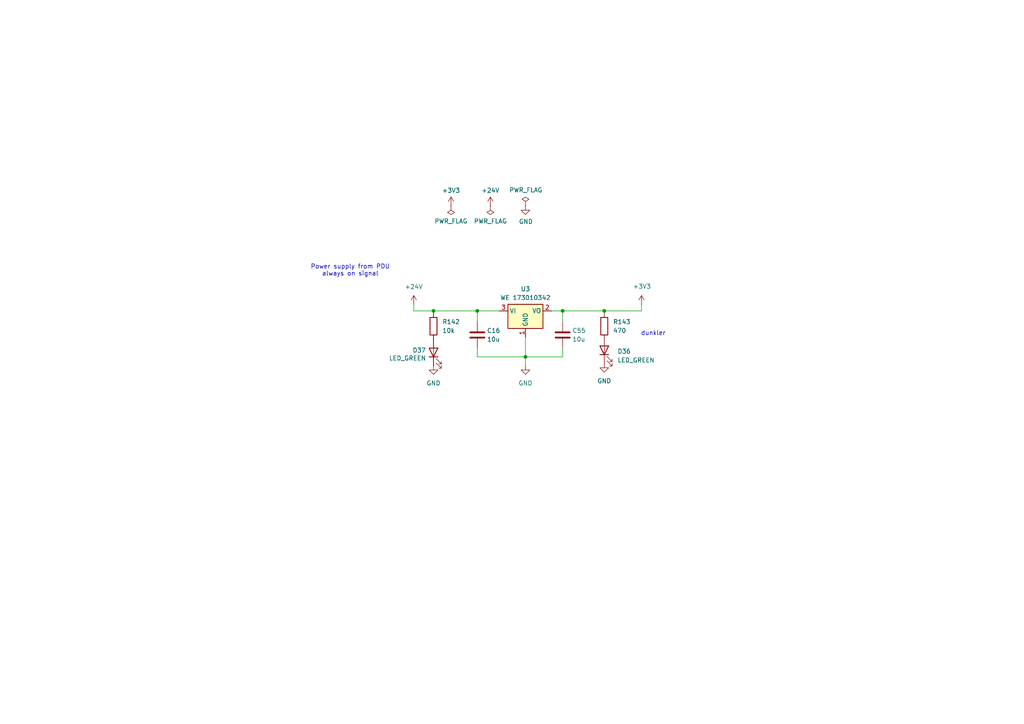
<source format=kicad_sch>
(kicad_sch
	(version 20231120)
	(generator "eeschema")
	(generator_version "8.0")
	(uuid "c4c38672-6b3c-4dab-8c31-54ece09b9735")
	(paper "A4")
	(lib_symbols
		(symbol "Device:C"
			(pin_numbers hide)
			(pin_names
				(offset 0.254)
			)
			(exclude_from_sim no)
			(in_bom yes)
			(on_board yes)
			(property "Reference" "C"
				(at 0.635 2.54 0)
				(effects
					(font
						(size 1.27 1.27)
					)
					(justify left)
				)
			)
			(property "Value" "C"
				(at 0.635 -2.54 0)
				(effects
					(font
						(size 1.27 1.27)
					)
					(justify left)
				)
			)
			(property "Footprint" ""
				(at 0.9652 -3.81 0)
				(effects
					(font
						(size 1.27 1.27)
					)
					(hide yes)
				)
			)
			(property "Datasheet" "~"
				(at 0 0 0)
				(effects
					(font
						(size 1.27 1.27)
					)
					(hide yes)
				)
			)
			(property "Description" "Unpolarized capacitor"
				(at 0 0 0)
				(effects
					(font
						(size 1.27 1.27)
					)
					(hide yes)
				)
			)
			(property "ki_keywords" "cap capacitor"
				(at 0 0 0)
				(effects
					(font
						(size 1.27 1.27)
					)
					(hide yes)
				)
			)
			(property "ki_fp_filters" "C_*"
				(at 0 0 0)
				(effects
					(font
						(size 1.27 1.27)
					)
					(hide yes)
				)
			)
			(symbol "C_0_1"
				(polyline
					(pts
						(xy -2.032 -0.762) (xy 2.032 -0.762)
					)
					(stroke
						(width 0.508)
						(type default)
					)
					(fill
						(type none)
					)
				)
				(polyline
					(pts
						(xy -2.032 0.762) (xy 2.032 0.762)
					)
					(stroke
						(width 0.508)
						(type default)
					)
					(fill
						(type none)
					)
				)
			)
			(symbol "C_1_1"
				(pin passive line
					(at 0 3.81 270)
					(length 2.794)
					(name "~"
						(effects
							(font
								(size 1.27 1.27)
							)
						)
					)
					(number "1"
						(effects
							(font
								(size 1.27 1.27)
							)
						)
					)
				)
				(pin passive line
					(at 0 -3.81 90)
					(length 2.794)
					(name "~"
						(effects
							(font
								(size 1.27 1.27)
							)
						)
					)
					(number "2"
						(effects
							(font
								(size 1.27 1.27)
							)
						)
					)
				)
			)
		)
		(symbol "Device:LED"
			(pin_numbers hide)
			(pin_names
				(offset 1.016) hide)
			(exclude_from_sim no)
			(in_bom yes)
			(on_board yes)
			(property "Reference" "D"
				(at 0 2.54 0)
				(effects
					(font
						(size 1.27 1.27)
					)
				)
			)
			(property "Value" "LED"
				(at 0 -2.54 0)
				(effects
					(font
						(size 1.27 1.27)
					)
				)
			)
			(property "Footprint" ""
				(at 0 0 0)
				(effects
					(font
						(size 1.27 1.27)
					)
					(hide yes)
				)
			)
			(property "Datasheet" "~"
				(at 0 0 0)
				(effects
					(font
						(size 1.27 1.27)
					)
					(hide yes)
				)
			)
			(property "Description" "Light emitting diode"
				(at 0 0 0)
				(effects
					(font
						(size 1.27 1.27)
					)
					(hide yes)
				)
			)
			(property "ki_keywords" "LED diode"
				(at 0 0 0)
				(effects
					(font
						(size 1.27 1.27)
					)
					(hide yes)
				)
			)
			(property "ki_fp_filters" "LED* LED_SMD:* LED_THT:*"
				(at 0 0 0)
				(effects
					(font
						(size 1.27 1.27)
					)
					(hide yes)
				)
			)
			(symbol "LED_0_1"
				(polyline
					(pts
						(xy -1.27 -1.27) (xy -1.27 1.27)
					)
					(stroke
						(width 0.254)
						(type default)
					)
					(fill
						(type none)
					)
				)
				(polyline
					(pts
						(xy -1.27 0) (xy 1.27 0)
					)
					(stroke
						(width 0)
						(type default)
					)
					(fill
						(type none)
					)
				)
				(polyline
					(pts
						(xy 1.27 -1.27) (xy 1.27 1.27) (xy -1.27 0) (xy 1.27 -1.27)
					)
					(stroke
						(width 0.254)
						(type default)
					)
					(fill
						(type none)
					)
				)
				(polyline
					(pts
						(xy -3.048 -0.762) (xy -4.572 -2.286) (xy -3.81 -2.286) (xy -4.572 -2.286) (xy -4.572 -1.524)
					)
					(stroke
						(width 0)
						(type default)
					)
					(fill
						(type none)
					)
				)
				(polyline
					(pts
						(xy -1.778 -0.762) (xy -3.302 -2.286) (xy -2.54 -2.286) (xy -3.302 -2.286) (xy -3.302 -1.524)
					)
					(stroke
						(width 0)
						(type default)
					)
					(fill
						(type none)
					)
				)
			)
			(symbol "LED_1_1"
				(pin passive line
					(at -3.81 0 0)
					(length 2.54)
					(name "K"
						(effects
							(font
								(size 1.27 1.27)
							)
						)
					)
					(number "1"
						(effects
							(font
								(size 1.27 1.27)
							)
						)
					)
				)
				(pin passive line
					(at 3.81 0 180)
					(length 2.54)
					(name "A"
						(effects
							(font
								(size 1.27 1.27)
							)
						)
					)
					(number "2"
						(effects
							(font
								(size 1.27 1.27)
							)
						)
					)
				)
			)
		)
		(symbol "Device:R"
			(pin_numbers hide)
			(pin_names
				(offset 0)
			)
			(exclude_from_sim no)
			(in_bom yes)
			(on_board yes)
			(property "Reference" "R"
				(at 2.032 0 90)
				(effects
					(font
						(size 1.27 1.27)
					)
				)
			)
			(property "Value" "R"
				(at 0 0 90)
				(effects
					(font
						(size 1.27 1.27)
					)
				)
			)
			(property "Footprint" ""
				(at -1.778 0 90)
				(effects
					(font
						(size 1.27 1.27)
					)
					(hide yes)
				)
			)
			(property "Datasheet" "~"
				(at 0 0 0)
				(effects
					(font
						(size 1.27 1.27)
					)
					(hide yes)
				)
			)
			(property "Description" "Resistor"
				(at 0 0 0)
				(effects
					(font
						(size 1.27 1.27)
					)
					(hide yes)
				)
			)
			(property "ki_keywords" "R res resistor"
				(at 0 0 0)
				(effects
					(font
						(size 1.27 1.27)
					)
					(hide yes)
				)
			)
			(property "ki_fp_filters" "R_*"
				(at 0 0 0)
				(effects
					(font
						(size 1.27 1.27)
					)
					(hide yes)
				)
			)
			(symbol "R_0_1"
				(rectangle
					(start -1.016 -2.54)
					(end 1.016 2.54)
					(stroke
						(width 0.254)
						(type default)
					)
					(fill
						(type none)
					)
				)
			)
			(symbol "R_1_1"
				(pin passive line
					(at 0 3.81 270)
					(length 1.27)
					(name "~"
						(effects
							(font
								(size 1.27 1.27)
							)
						)
					)
					(number "1"
						(effects
							(font
								(size 1.27 1.27)
							)
						)
					)
				)
				(pin passive line
					(at 0 -3.81 90)
					(length 1.27)
					(name "~"
						(effects
							(font
								(size 1.27 1.27)
							)
						)
					)
					(number "2"
						(effects
							(font
								(size 1.27 1.27)
							)
						)
					)
				)
			)
		)
		(symbol "Regulator_Linear:LD1117S33TR_SOT223"
			(exclude_from_sim no)
			(in_bom yes)
			(on_board yes)
			(property "Reference" "U"
				(at -3.81 3.175 0)
				(effects
					(font
						(size 1.27 1.27)
					)
				)
			)
			(property "Value" "LD1117S33TR_SOT223"
				(at 0 3.175 0)
				(effects
					(font
						(size 1.27 1.27)
					)
					(justify left)
				)
			)
			(property "Footprint" "Package_TO_SOT_SMD:SOT-223-3_TabPin2"
				(at 0 5.08 0)
				(effects
					(font
						(size 1.27 1.27)
					)
					(hide yes)
				)
			)
			(property "Datasheet" "http://www.st.com/st-web-ui/static/active/en/resource/technical/document/datasheet/CD00000544.pdf"
				(at 2.54 -6.35 0)
				(effects
					(font
						(size 1.27 1.27)
					)
					(hide yes)
				)
			)
			(property "Description" "800mA Fixed Low Drop Positive Voltage Regulator, Fixed Output 3.3V, SOT-223"
				(at 0 0 0)
				(effects
					(font
						(size 1.27 1.27)
					)
					(hide yes)
				)
			)
			(property "ki_keywords" "REGULATOR LDO 3.3V"
				(at 0 0 0)
				(effects
					(font
						(size 1.27 1.27)
					)
					(hide yes)
				)
			)
			(property "ki_fp_filters" "SOT?223*TabPin2*"
				(at 0 0 0)
				(effects
					(font
						(size 1.27 1.27)
					)
					(hide yes)
				)
			)
			(symbol "LD1117S33TR_SOT223_0_1"
				(rectangle
					(start -5.08 -5.08)
					(end 5.08 1.905)
					(stroke
						(width 0.254)
						(type default)
					)
					(fill
						(type background)
					)
				)
			)
			(symbol "LD1117S33TR_SOT223_1_1"
				(pin power_in line
					(at 0 -7.62 90)
					(length 2.54)
					(name "GND"
						(effects
							(font
								(size 1.27 1.27)
							)
						)
					)
					(number "1"
						(effects
							(font
								(size 1.27 1.27)
							)
						)
					)
				)
				(pin power_out line
					(at 7.62 0 180)
					(length 2.54)
					(name "VO"
						(effects
							(font
								(size 1.27 1.27)
							)
						)
					)
					(number "2"
						(effects
							(font
								(size 1.27 1.27)
							)
						)
					)
				)
				(pin power_in line
					(at -7.62 0 0)
					(length 2.54)
					(name "VI"
						(effects
							(font
								(size 1.27 1.27)
							)
						)
					)
					(number "3"
						(effects
							(font
								(size 1.27 1.27)
							)
						)
					)
				)
			)
		)
		(symbol "power:+12V"
			(power)
			(pin_numbers hide)
			(pin_names
				(offset 0) hide)
			(exclude_from_sim no)
			(in_bom yes)
			(on_board yes)
			(property "Reference" "#PWR"
				(at 0 -3.81 0)
				(effects
					(font
						(size 1.27 1.27)
					)
					(hide yes)
				)
			)
			(property "Value" "+12V"
				(at 0 3.556 0)
				(effects
					(font
						(size 1.27 1.27)
					)
				)
			)
			(property "Footprint" ""
				(at 0 0 0)
				(effects
					(font
						(size 1.27 1.27)
					)
					(hide yes)
				)
			)
			(property "Datasheet" ""
				(at 0 0 0)
				(effects
					(font
						(size 1.27 1.27)
					)
					(hide yes)
				)
			)
			(property "Description" "Power symbol creates a global label with name \"+12V\""
				(at 0 0 0)
				(effects
					(font
						(size 1.27 1.27)
					)
					(hide yes)
				)
			)
			(property "ki_keywords" "global power"
				(at 0 0 0)
				(effects
					(font
						(size 1.27 1.27)
					)
					(hide yes)
				)
			)
			(symbol "+12V_0_1"
				(polyline
					(pts
						(xy -0.762 1.27) (xy 0 2.54)
					)
					(stroke
						(width 0)
						(type default)
					)
					(fill
						(type none)
					)
				)
				(polyline
					(pts
						(xy 0 0) (xy 0 2.54)
					)
					(stroke
						(width 0)
						(type default)
					)
					(fill
						(type none)
					)
				)
				(polyline
					(pts
						(xy 0 2.54) (xy 0.762 1.27)
					)
					(stroke
						(width 0)
						(type default)
					)
					(fill
						(type none)
					)
				)
			)
			(symbol "+12V_1_1"
				(pin power_in line
					(at 0 0 90)
					(length 0)
					(name "~"
						(effects
							(font
								(size 1.27 1.27)
							)
						)
					)
					(number "1"
						(effects
							(font
								(size 1.27 1.27)
							)
						)
					)
				)
			)
		)
		(symbol "power:+24V"
			(power)
			(pin_numbers hide)
			(pin_names
				(offset 0) hide)
			(exclude_from_sim no)
			(in_bom yes)
			(on_board yes)
			(property "Reference" "#PWR"
				(at 0 -3.81 0)
				(effects
					(font
						(size 1.27 1.27)
					)
					(hide yes)
				)
			)
			(property "Value" "+24V"
				(at 0 3.556 0)
				(effects
					(font
						(size 1.27 1.27)
					)
				)
			)
			(property "Footprint" ""
				(at 0 0 0)
				(effects
					(font
						(size 1.27 1.27)
					)
					(hide yes)
				)
			)
			(property "Datasheet" ""
				(at 0 0 0)
				(effects
					(font
						(size 1.27 1.27)
					)
					(hide yes)
				)
			)
			(property "Description" "Power symbol creates a global label with name \"+24V\""
				(at 0 0 0)
				(effects
					(font
						(size 1.27 1.27)
					)
					(hide yes)
				)
			)
			(property "ki_keywords" "global power"
				(at 0 0 0)
				(effects
					(font
						(size 1.27 1.27)
					)
					(hide yes)
				)
			)
			(symbol "+24V_0_1"
				(polyline
					(pts
						(xy -0.762 1.27) (xy 0 2.54)
					)
					(stroke
						(width 0)
						(type default)
					)
					(fill
						(type none)
					)
				)
				(polyline
					(pts
						(xy 0 0) (xy 0 2.54)
					)
					(stroke
						(width 0)
						(type default)
					)
					(fill
						(type none)
					)
				)
				(polyline
					(pts
						(xy 0 2.54) (xy 0.762 1.27)
					)
					(stroke
						(width 0)
						(type default)
					)
					(fill
						(type none)
					)
				)
			)
			(symbol "+24V_1_1"
				(pin power_in line
					(at 0 0 90)
					(length 0)
					(name "~"
						(effects
							(font
								(size 1.27 1.27)
							)
						)
					)
					(number "1"
						(effects
							(font
								(size 1.27 1.27)
							)
						)
					)
				)
			)
		)
		(symbol "power:+3V3"
			(power)
			(pin_numbers hide)
			(pin_names
				(offset 0) hide)
			(exclude_from_sim no)
			(in_bom yes)
			(on_board yes)
			(property "Reference" "#PWR"
				(at 0 -3.81 0)
				(effects
					(font
						(size 1.27 1.27)
					)
					(hide yes)
				)
			)
			(property "Value" "+3V3"
				(at 0 3.556 0)
				(effects
					(font
						(size 1.27 1.27)
					)
				)
			)
			(property "Footprint" ""
				(at 0 0 0)
				(effects
					(font
						(size 1.27 1.27)
					)
					(hide yes)
				)
			)
			(property "Datasheet" ""
				(at 0 0 0)
				(effects
					(font
						(size 1.27 1.27)
					)
					(hide yes)
				)
			)
			(property "Description" "Power symbol creates a global label with name \"+3V3\""
				(at 0 0 0)
				(effects
					(font
						(size 1.27 1.27)
					)
					(hide yes)
				)
			)
			(property "ki_keywords" "global power"
				(at 0 0 0)
				(effects
					(font
						(size 1.27 1.27)
					)
					(hide yes)
				)
			)
			(symbol "+3V3_0_1"
				(polyline
					(pts
						(xy -0.762 1.27) (xy 0 2.54)
					)
					(stroke
						(width 0)
						(type default)
					)
					(fill
						(type none)
					)
				)
				(polyline
					(pts
						(xy 0 0) (xy 0 2.54)
					)
					(stroke
						(width 0)
						(type default)
					)
					(fill
						(type none)
					)
				)
				(polyline
					(pts
						(xy 0 2.54) (xy 0.762 1.27)
					)
					(stroke
						(width 0)
						(type default)
					)
					(fill
						(type none)
					)
				)
			)
			(symbol "+3V3_1_1"
				(pin power_in line
					(at 0 0 90)
					(length 0)
					(name "~"
						(effects
							(font
								(size 1.27 1.27)
							)
						)
					)
					(number "1"
						(effects
							(font
								(size 1.27 1.27)
							)
						)
					)
				)
			)
		)
		(symbol "power:GND"
			(power)
			(pin_numbers hide)
			(pin_names
				(offset 0) hide)
			(exclude_from_sim no)
			(in_bom yes)
			(on_board yes)
			(property "Reference" "#PWR"
				(at 0 -6.35 0)
				(effects
					(font
						(size 1.27 1.27)
					)
					(hide yes)
				)
			)
			(property "Value" "GND"
				(at 0 -3.81 0)
				(effects
					(font
						(size 1.27 1.27)
					)
				)
			)
			(property "Footprint" ""
				(at 0 0 0)
				(effects
					(font
						(size 1.27 1.27)
					)
					(hide yes)
				)
			)
			(property "Datasheet" ""
				(at 0 0 0)
				(effects
					(font
						(size 1.27 1.27)
					)
					(hide yes)
				)
			)
			(property "Description" "Power symbol creates a global label with name \"GND\" , ground"
				(at 0 0 0)
				(effects
					(font
						(size 1.27 1.27)
					)
					(hide yes)
				)
			)
			(property "ki_keywords" "global power"
				(at 0 0 0)
				(effects
					(font
						(size 1.27 1.27)
					)
					(hide yes)
				)
			)
			(symbol "GND_0_1"
				(polyline
					(pts
						(xy 0 0) (xy 0 -1.27) (xy 1.27 -1.27) (xy 0 -2.54) (xy -1.27 -1.27) (xy 0 -1.27)
					)
					(stroke
						(width 0)
						(type default)
					)
					(fill
						(type none)
					)
				)
			)
			(symbol "GND_1_1"
				(pin power_in line
					(at 0 0 270)
					(length 0)
					(name "~"
						(effects
							(font
								(size 1.27 1.27)
							)
						)
					)
					(number "1"
						(effects
							(font
								(size 1.27 1.27)
							)
						)
					)
				)
			)
		)
		(symbol "power:PWR_FLAG"
			(power)
			(pin_numbers hide)
			(pin_names
				(offset 0) hide)
			(exclude_from_sim no)
			(in_bom yes)
			(on_board yes)
			(property "Reference" "#FLG"
				(at 0 1.905 0)
				(effects
					(font
						(size 1.27 1.27)
					)
					(hide yes)
				)
			)
			(property "Value" "PWR_FLAG"
				(at 0 3.81 0)
				(effects
					(font
						(size 1.27 1.27)
					)
				)
			)
			(property "Footprint" ""
				(at 0 0 0)
				(effects
					(font
						(size 1.27 1.27)
					)
					(hide yes)
				)
			)
			(property "Datasheet" "~"
				(at 0 0 0)
				(effects
					(font
						(size 1.27 1.27)
					)
					(hide yes)
				)
			)
			(property "Description" "Special symbol for telling ERC where power comes from"
				(at 0 0 0)
				(effects
					(font
						(size 1.27 1.27)
					)
					(hide yes)
				)
			)
			(property "ki_keywords" "flag power"
				(at 0 0 0)
				(effects
					(font
						(size 1.27 1.27)
					)
					(hide yes)
				)
			)
			(symbol "PWR_FLAG_0_0"
				(pin power_out line
					(at 0 0 90)
					(length 0)
					(name "~"
						(effects
							(font
								(size 1.27 1.27)
							)
						)
					)
					(number "1"
						(effects
							(font
								(size 1.27 1.27)
							)
						)
					)
				)
			)
			(symbol "PWR_FLAG_0_1"
				(polyline
					(pts
						(xy 0 0) (xy 0 1.27) (xy -1.016 1.905) (xy 0 2.54) (xy 1.016 1.905) (xy 0 1.27)
					)
					(stroke
						(width 0)
						(type default)
					)
					(fill
						(type none)
					)
				)
			)
		)
	)
	(junction
		(at 152.4 103.505)
		(diameter 0)
		(color 0 0 0 0)
		(uuid "167e6b44-a701-49d9-b9b1-535b54020454")
	)
	(junction
		(at 125.73 90.17)
		(diameter 0)
		(color 0 0 0 0)
		(uuid "25254d2e-c1bf-479f-8491-568c79034290")
	)
	(junction
		(at 163.195 90.17)
		(diameter 0)
		(color 0 0 0 0)
		(uuid "36a28570-0739-4fbb-8c63-a8dc07b8f0e7")
	)
	(junction
		(at 175.26 90.17)
		(diameter 0)
		(color 0 0 0 0)
		(uuid "4057cf2d-5a72-498a-a1ac-af97c9deaf99")
	)
	(junction
		(at 138.43 90.17)
		(diameter 0)
		(color 0 0 0 0)
		(uuid "64ab6930-a325-4b30-8d60-efc0f79dec13")
	)
	(wire
		(pts
			(xy 120.015 88.265) (xy 120.015 90.17)
		)
		(stroke
			(width 0)
			(type default)
		)
		(uuid "0367e941-6121-4639-99a9-fc710642e4a5")
	)
	(wire
		(pts
			(xy 138.43 93.345) (xy 138.43 90.17)
		)
		(stroke
			(width 0)
			(type default)
		)
		(uuid "0b25a675-1e53-4073-b80b-f9fc4625a7ce")
	)
	(wire
		(pts
			(xy 138.43 90.17) (xy 144.78 90.17)
		)
		(stroke
			(width 0)
			(type default)
		)
		(uuid "16578279-b70b-4e68-95e3-baff4dc9d26b")
	)
	(wire
		(pts
			(xy 120.015 90.17) (xy 125.73 90.17)
		)
		(stroke
			(width 0)
			(type default)
		)
		(uuid "1c0ac02e-28c5-4c13-a4eb-161c20d96bd5")
	)
	(wire
		(pts
			(xy 152.4 97.79) (xy 152.4 103.505)
		)
		(stroke
			(width 0)
			(type default)
		)
		(uuid "2fc3c4ba-4b90-4758-ae2d-8ca3a8b39516")
	)
	(wire
		(pts
			(xy 186.055 88.265) (xy 186.055 90.17)
		)
		(stroke
			(width 0)
			(type default)
		)
		(uuid "323d820d-11f8-45e5-8cd8-b98ce3f3319e")
	)
	(wire
		(pts
			(xy 152.4 106.045) (xy 152.4 103.505)
		)
		(stroke
			(width 0)
			(type default)
		)
		(uuid "341eef2d-d77f-4f46-8336-277d5d4c0dab")
	)
	(wire
		(pts
			(xy 125.73 90.805) (xy 125.73 90.17)
		)
		(stroke
			(width 0)
			(type default)
		)
		(uuid "3a7f379a-38c2-4416-8bcc-d81e0d7889f8")
	)
	(wire
		(pts
			(xy 125.73 90.17) (xy 138.43 90.17)
		)
		(stroke
			(width 0)
			(type default)
		)
		(uuid "40b260a0-df87-4aa1-b65c-ee1629be028b")
	)
	(wire
		(pts
			(xy 152.4 103.505) (xy 163.195 103.505)
		)
		(stroke
			(width 0)
			(type default)
		)
		(uuid "6d2f07a0-a4d0-4f2a-9788-2ae9ec4f9090")
	)
	(wire
		(pts
			(xy 163.195 90.17) (xy 175.26 90.17)
		)
		(stroke
			(width 0)
			(type default)
		)
		(uuid "6fe911ef-8b04-4e0b-8a78-8e18e553d8f2")
	)
	(wire
		(pts
			(xy 163.195 100.965) (xy 163.195 103.505)
		)
		(stroke
			(width 0)
			(type default)
		)
		(uuid "95a0774f-8209-4e56-8251-adddd6f20530")
	)
	(wire
		(pts
			(xy 160.02 90.17) (xy 163.195 90.17)
		)
		(stroke
			(width 0)
			(type default)
		)
		(uuid "9e2049f8-5a39-409a-bec2-788249429787")
	)
	(wire
		(pts
			(xy 138.43 103.505) (xy 138.43 100.965)
		)
		(stroke
			(width 0)
			(type default)
		)
		(uuid "a773d059-2fea-4862-9c65-83b40cd59ce5")
	)
	(wire
		(pts
			(xy 175.26 98.425) (xy 175.26 97.79)
		)
		(stroke
			(width 0)
			(type default)
		)
		(uuid "bfd69b33-4081-4729-bc55-5b86a042f4bb")
	)
	(wire
		(pts
			(xy 175.26 90.17) (xy 186.055 90.17)
		)
		(stroke
			(width 0)
			(type default)
		)
		(uuid "c39c4a1b-0d3d-41cc-8c06-8df7796950df")
	)
	(wire
		(pts
			(xy 175.26 90.805) (xy 175.26 90.17)
		)
		(stroke
			(width 0)
			(type default)
		)
		(uuid "cf137c2f-4180-4f87-8845-10971dc57db6")
	)
	(wire
		(pts
			(xy 138.43 103.505) (xy 152.4 103.505)
		)
		(stroke
			(width 0)
			(type default)
		)
		(uuid "d6339de2-e6c6-4c4f-aeca-b5a05d3de107")
	)
	(wire
		(pts
			(xy 163.195 93.345) (xy 163.195 90.17)
		)
		(stroke
			(width 0)
			(type default)
		)
		(uuid "e964ae8c-ad0a-4f6a-894e-bcfb706a2b6e")
	)
	(text "dunkler"
		(exclude_from_sim no)
		(at 189.484 96.774 0)
		(effects
			(font
				(size 1.27 1.27)
			)
		)
		(uuid "1f5a0635-5662-4da2-aaf1-56cdb41ea9b2")
	)
	(text "Power supply from PDU\nalways on signal"
		(exclude_from_sim no)
		(at 101.6 78.486 0)
		(effects
			(font
				(size 1.27 1.27)
			)
		)
		(uuid "ef34c213-c27f-4d54-b077-65f8f8610779")
	)
	(symbol
		(lib_id "power:+12V")
		(at 142.24 59.69 0)
		(unit 1)
		(exclude_from_sim no)
		(in_bom yes)
		(on_board yes)
		(dnp no)
		(fields_autoplaced yes)
		(uuid "05fe2031-c35e-4760-81e5-c579623f0cc4")
		(property "Reference" "#PWR064"
			(at 142.24 63.5 0)
			(effects
				(font
					(size 1.27 1.27)
				)
				(hide yes)
			)
		)
		(property "Value" "+24V"
			(at 142.24 55.245 0)
			(effects
				(font
					(size 1.27 1.27)
				)
			)
		)
		(property "Footprint" ""
			(at 142.24 59.69 0)
			(effects
				(font
					(size 1.27 1.27)
				)
				(hide yes)
			)
		)
		(property "Datasheet" ""
			(at 142.24 59.69 0)
			(effects
				(font
					(size 1.27 1.27)
				)
				(hide yes)
			)
		)
		(property "Description" "Power symbol creates a global label with name \"+12V\""
			(at 142.24 59.69 0)
			(effects
				(font
					(size 1.27 1.27)
				)
				(hide yes)
			)
		)
		(pin "1"
			(uuid "21a03b05-e6ac-4b7e-96cd-ecdd18278857")
		)
		(instances
			(project "Master_FT25"
				(path "/e63e39d7-6ac0-4ffd-8aa3-1841a4541b55/22dc17c4-8352-43f2-bb65-d704323b2333"
					(reference "#PWR064")
					(unit 1)
				)
			)
		)
	)
	(symbol
		(lib_id "Device:C")
		(at 163.195 97.155 0)
		(unit 1)
		(exclude_from_sim no)
		(in_bom yes)
		(on_board yes)
		(dnp no)
		(uuid "099d63bd-3e46-4ee1-91a6-81b2d01bf7e8")
		(property "Reference" "C55"
			(at 165.989 95.885 0)
			(effects
				(font
					(size 1.27 1.27)
				)
				(justify left)
			)
		)
		(property "Value" "10u"
			(at 165.989 98.425 0)
			(effects
				(font
					(size 1.27 1.27)
				)
				(justify left)
			)
		)
		(property "Footprint" "Capacitor_SMD:C_1206_3216Metric"
			(at 164.1602 100.965 0)
			(effects
				(font
					(size 1.27 1.27)
				)
				(hide yes)
			)
		)
		(property "Datasheet" "~"
			(at 163.195 97.155 0)
			(effects
				(font
					(size 1.27 1.27)
				)
				(hide yes)
			)
		)
		(property "Description" "50V, X5R"
			(at 163.195 97.155 0)
			(effects
				(font
					(size 1.27 1.27)
				)
				(hide yes)
			)
		)
		(pin "2"
			(uuid "9e9609b5-40fc-49de-9969-7f6a4895b7a7")
		)
		(pin "1"
			(uuid "abcd2950-e354-4358-a9b5-e228122818b8")
		)
		(instances
			(project "Master_FT25"
				(path "/e63e39d7-6ac0-4ffd-8aa3-1841a4541b55/22dc17c4-8352-43f2-bb65-d704323b2333"
					(reference "C55")
					(unit 1)
				)
			)
		)
	)
	(symbol
		(lib_id "power:+3V3")
		(at 130.81 59.69 0)
		(unit 1)
		(exclude_from_sim no)
		(in_bom yes)
		(on_board yes)
		(dnp no)
		(fields_autoplaced yes)
		(uuid "0d4a8596-0c97-42e2-9afd-3a071f41e606")
		(property "Reference" "#PWR0127"
			(at 130.81 63.5 0)
			(effects
				(font
					(size 1.27 1.27)
				)
				(hide yes)
			)
		)
		(property "Value" "+3V3"
			(at 130.81 55.245 0)
			(effects
				(font
					(size 1.27 1.27)
				)
			)
		)
		(property "Footprint" ""
			(at 130.81 59.69 0)
			(effects
				(font
					(size 1.27 1.27)
				)
				(hide yes)
			)
		)
		(property "Datasheet" ""
			(at 130.81 59.69 0)
			(effects
				(font
					(size 1.27 1.27)
				)
				(hide yes)
			)
		)
		(property "Description" "Power symbol creates a global label with name \"+3V3\""
			(at 130.81 59.69 0)
			(effects
				(font
					(size 1.27 1.27)
				)
				(hide yes)
			)
		)
		(pin "1"
			(uuid "968ae856-fe26-41b6-a171-13e5d1b5cf41")
		)
		(instances
			(project "Master_FT25"
				(path "/e63e39d7-6ac0-4ffd-8aa3-1841a4541b55/22dc17c4-8352-43f2-bb65-d704323b2333"
					(reference "#PWR0127")
					(unit 1)
				)
			)
		)
	)
	(symbol
		(lib_id "power:GND")
		(at 125.73 106.045 0)
		(unit 1)
		(exclude_from_sim no)
		(in_bom yes)
		(on_board yes)
		(dnp no)
		(fields_autoplaced yes)
		(uuid "2ed4f1aa-ab13-44a8-8d75-6e65ef039d8a")
		(property "Reference" "#PWR0133"
			(at 125.73 112.395 0)
			(effects
				(font
					(size 1.27 1.27)
				)
				(hide yes)
			)
		)
		(property "Value" "GND"
			(at 125.73 111.125 0)
			(effects
				(font
					(size 1.27 1.27)
				)
			)
		)
		(property "Footprint" ""
			(at 125.73 106.045 0)
			(effects
				(font
					(size 1.27 1.27)
				)
				(hide yes)
			)
		)
		(property "Datasheet" ""
			(at 125.73 106.045 0)
			(effects
				(font
					(size 1.27 1.27)
				)
				(hide yes)
			)
		)
		(property "Description" "Power symbol creates a global label with name \"GND\" , ground"
			(at 125.73 106.045 0)
			(effects
				(font
					(size 1.27 1.27)
				)
				(hide yes)
			)
		)
		(pin "1"
			(uuid "85293135-61de-463a-bfd3-09dae3fee287")
		)
		(instances
			(project "Master_FT25"
				(path "/e63e39d7-6ac0-4ffd-8aa3-1841a4541b55/22dc17c4-8352-43f2-bb65-d704323b2333"
					(reference "#PWR0133")
					(unit 1)
				)
			)
		)
	)
	(symbol
		(lib_id "power:+3V3")
		(at 186.055 88.265 0)
		(unit 1)
		(exclude_from_sim no)
		(in_bom yes)
		(on_board yes)
		(dnp no)
		(uuid "3ffe5611-8a90-45b9-af9b-f3890e18850d")
		(property "Reference" "#PWR028"
			(at 186.055 92.075 0)
			(effects
				(font
					(size 1.27 1.27)
				)
				(hide yes)
			)
		)
		(property "Value" "+3V3"
			(at 186.182 83.058 0)
			(effects
				(font
					(size 1.27 1.27)
				)
			)
		)
		(property "Footprint" ""
			(at 186.055 88.265 0)
			(effects
				(font
					(size 1.27 1.27)
				)
				(hide yes)
			)
		)
		(property "Datasheet" ""
			(at 186.055 88.265 0)
			(effects
				(font
					(size 1.27 1.27)
				)
				(hide yes)
			)
		)
		(property "Description" "Power symbol creates a global label with name \"+3V3\""
			(at 186.055 88.265 0)
			(effects
				(font
					(size 1.27 1.27)
				)
				(hide yes)
			)
		)
		(pin "1"
			(uuid "421ef6fe-611a-48a7-a753-488c2103358a")
		)
		(instances
			(project "Master_FT25"
				(path "/e63e39d7-6ac0-4ffd-8aa3-1841a4541b55/22dc17c4-8352-43f2-bb65-d704323b2333"
					(reference "#PWR028")
					(unit 1)
				)
			)
		)
	)
	(symbol
		(lib_id "Device:R")
		(at 175.26 94.615 0)
		(unit 1)
		(exclude_from_sim no)
		(in_bom yes)
		(on_board yes)
		(dnp no)
		(fields_autoplaced yes)
		(uuid "40312227-b495-4423-8dcf-d35ca558db64")
		(property "Reference" "R143"
			(at 177.8 93.3449 0)
			(effects
				(font
					(size 1.27 1.27)
				)
				(justify left)
			)
		)
		(property "Value" "470"
			(at 177.8 95.8849 0)
			(effects
				(font
					(size 1.27 1.27)
				)
				(justify left)
			)
		)
		(property "Footprint" "Resistor_SMD:R_0603_1608Metric"
			(at 173.482 94.615 90)
			(effects
				(font
					(size 1.27 1.27)
				)
				(hide yes)
			)
		)
		(property "Datasheet" "~"
			(at 175.26 94.615 0)
			(effects
				(font
					(size 1.27 1.27)
				)
				(hide yes)
			)
		)
		(property "Description" "Resistor"
			(at 175.26 94.615 0)
			(effects
				(font
					(size 1.27 1.27)
				)
				(hide yes)
			)
		)
		(pin "1"
			(uuid "0d7b6fee-3d14-437a-8754-88b6ffd7232b")
		)
		(pin "2"
			(uuid "a924cbb2-b692-4a00-9bdd-b5bd305620d0")
		)
		(instances
			(project "Master_FT25"
				(path "/e63e39d7-6ac0-4ffd-8aa3-1841a4541b55/22dc17c4-8352-43f2-bb65-d704323b2333"
					(reference "R143")
					(unit 1)
				)
			)
		)
	)
	(symbol
		(lib_id "power:PWR_FLAG")
		(at 130.81 59.69 180)
		(unit 1)
		(exclude_from_sim no)
		(in_bom yes)
		(on_board yes)
		(dnp no)
		(fields_autoplaced yes)
		(uuid "48421e3f-db65-420a-8e94-5d1584337c89")
		(property "Reference" "#FLG01"
			(at 130.81 61.595 0)
			(effects
				(font
					(size 1.27 1.27)
				)
				(hide yes)
			)
		)
		(property "Value" "PWR_FLAG"
			(at 130.81 64.135 0)
			(effects
				(font
					(size 1.27 1.27)
				)
			)
		)
		(property "Footprint" ""
			(at 130.81 59.69 0)
			(effects
				(font
					(size 1.27 1.27)
				)
				(hide yes)
			)
		)
		(property "Datasheet" "~"
			(at 130.81 59.69 0)
			(effects
				(font
					(size 1.27 1.27)
				)
				(hide yes)
			)
		)
		(property "Description" "Special symbol for telling ERC where power comes from"
			(at 130.81 59.69 0)
			(effects
				(font
					(size 1.27 1.27)
				)
				(hide yes)
			)
		)
		(pin "1"
			(uuid "70ecdce8-5e3a-4a49-85df-ca372495f5b2")
		)
		(instances
			(project "Master_FT25"
				(path "/e63e39d7-6ac0-4ffd-8aa3-1841a4541b55/22dc17c4-8352-43f2-bb65-d704323b2333"
					(reference "#FLG01")
					(unit 1)
				)
			)
		)
	)
	(symbol
		(lib_id "Device:C")
		(at 138.43 97.155 0)
		(unit 1)
		(exclude_from_sim no)
		(in_bom yes)
		(on_board yes)
		(dnp no)
		(uuid "4d0fcda6-afb8-4122-893d-5f49d7172272")
		(property "Reference" "C16"
			(at 141.224 95.885 0)
			(effects
				(font
					(size 1.27 1.27)
				)
				(justify left)
			)
		)
		(property "Value" "10u"
			(at 141.224 98.425 0)
			(effects
				(font
					(size 1.27 1.27)
				)
				(justify left)
			)
		)
		(property "Footprint" "Capacitor_SMD:C_1206_3216Metric"
			(at 139.3952 100.965 0)
			(effects
				(font
					(size 1.27 1.27)
				)
				(hide yes)
			)
		)
		(property "Datasheet" "~"
			(at 138.43 97.155 0)
			(effects
				(font
					(size 1.27 1.27)
				)
				(hide yes)
			)
		)
		(property "Description" "50V, X5R"
			(at 138.43 97.155 0)
			(effects
				(font
					(size 1.27 1.27)
				)
				(hide yes)
			)
		)
		(pin "2"
			(uuid "21b51a57-8bc0-433b-9e86-54a7be6e36c4")
		)
		(pin "1"
			(uuid "f74a2ab5-8e90-46c2-ac1b-c7cc67c974af")
		)
		(instances
			(project "Master_FT25"
				(path "/e63e39d7-6ac0-4ffd-8aa3-1841a4541b55/22dc17c4-8352-43f2-bb65-d704323b2333"
					(reference "C16")
					(unit 1)
				)
			)
		)
	)
	(symbol
		(lib_id "power:GND")
		(at 175.26 105.41 0)
		(unit 1)
		(exclude_from_sim no)
		(in_bom yes)
		(on_board yes)
		(dnp no)
		(fields_autoplaced yes)
		(uuid "58fbfd2f-a307-4633-9e1c-2b85d468d817")
		(property "Reference" "#PWR0130"
			(at 175.26 111.76 0)
			(effects
				(font
					(size 1.27 1.27)
				)
				(hide yes)
			)
		)
		(property "Value" "GND"
			(at 175.26 110.49 0)
			(effects
				(font
					(size 1.27 1.27)
				)
			)
		)
		(property "Footprint" ""
			(at 175.26 105.41 0)
			(effects
				(font
					(size 1.27 1.27)
				)
				(hide yes)
			)
		)
		(property "Datasheet" ""
			(at 175.26 105.41 0)
			(effects
				(font
					(size 1.27 1.27)
				)
				(hide yes)
			)
		)
		(property "Description" "Power symbol creates a global label with name \"GND\" , ground"
			(at 175.26 105.41 0)
			(effects
				(font
					(size 1.27 1.27)
				)
				(hide yes)
			)
		)
		(pin "1"
			(uuid "cb8bf0ff-28b4-44eb-a2da-ca3a5ec1d77f")
		)
		(instances
			(project "Master_FT25"
				(path "/e63e39d7-6ac0-4ffd-8aa3-1841a4541b55/22dc17c4-8352-43f2-bb65-d704323b2333"
					(reference "#PWR0130")
					(unit 1)
				)
			)
		)
	)
	(symbol
		(lib_id "power:GND")
		(at 152.4 59.69 0)
		(unit 1)
		(exclude_from_sim no)
		(in_bom yes)
		(on_board yes)
		(dnp no)
		(uuid "5a2f6a9c-66f2-4e5a-a845-7ebf3146ebe3")
		(property "Reference" "#PWR065"
			(at 152.4 66.04 0)
			(effects
				(font
					(size 1.27 1.27)
				)
				(hide yes)
			)
		)
		(property "Value" "GND"
			(at 152.527 64.262 0)
			(effects
				(font
					(size 1.27 1.27)
				)
			)
		)
		(property "Footprint" ""
			(at 152.4 59.69 0)
			(effects
				(font
					(size 1.27 1.27)
				)
				(hide yes)
			)
		)
		(property "Datasheet" ""
			(at 152.4 59.69 0)
			(effects
				(font
					(size 1.27 1.27)
				)
				(hide yes)
			)
		)
		(property "Description" "Power symbol creates a global label with name \"GND\" , ground"
			(at 152.4 59.69 0)
			(effects
				(font
					(size 1.27 1.27)
				)
				(hide yes)
			)
		)
		(pin "1"
			(uuid "b3e8c892-ac66-4d9d-90ad-9c199dc143d6")
		)
		(instances
			(project "Master_FT25"
				(path "/e63e39d7-6ac0-4ffd-8aa3-1841a4541b55/22dc17c4-8352-43f2-bb65-d704323b2333"
					(reference "#PWR065")
					(unit 1)
				)
			)
		)
	)
	(symbol
		(lib_id "power:PWR_FLAG")
		(at 142.24 59.69 180)
		(unit 1)
		(exclude_from_sim no)
		(in_bom yes)
		(on_board yes)
		(dnp no)
		(fields_autoplaced yes)
		(uuid "5c5c7b4d-1a50-4542-81f9-e004033ce690")
		(property "Reference" "#FLG02"
			(at 142.24 61.595 0)
			(effects
				(font
					(size 1.27 1.27)
				)
				(hide yes)
			)
		)
		(property "Value" "PWR_FLAG"
			(at 142.24 64.135 0)
			(effects
				(font
					(size 1.27 1.27)
				)
			)
		)
		(property "Footprint" ""
			(at 142.24 59.69 0)
			(effects
				(font
					(size 1.27 1.27)
				)
				(hide yes)
			)
		)
		(property "Datasheet" "~"
			(at 142.24 59.69 0)
			(effects
				(font
					(size 1.27 1.27)
				)
				(hide yes)
			)
		)
		(property "Description" "Special symbol for telling ERC where power comes from"
			(at 142.24 59.69 0)
			(effects
				(font
					(size 1.27 1.27)
				)
				(hide yes)
			)
		)
		(pin "1"
			(uuid "a3610794-8dba-4c36-8061-4595eb97e459")
		)
		(instances
			(project "Master_FT25"
				(path "/e63e39d7-6ac0-4ffd-8aa3-1841a4541b55/22dc17c4-8352-43f2-bb65-d704323b2333"
					(reference "#FLG02")
					(unit 1)
				)
			)
		)
	)
	(symbol
		(lib_id "power:PWR_FLAG")
		(at 152.4 59.69 0)
		(unit 1)
		(exclude_from_sim no)
		(in_bom yes)
		(on_board yes)
		(dnp no)
		(uuid "64115506-e35f-48d1-8621-127845a8fc5f")
		(property "Reference" "#FLG04"
			(at 152.4 57.785 0)
			(effects
				(font
					(size 1.27 1.27)
				)
				(hide yes)
			)
		)
		(property "Value" "PWR_FLAG"
			(at 152.527 55.118 0)
			(effects
				(font
					(size 1.27 1.27)
				)
			)
		)
		(property "Footprint" ""
			(at 152.4 59.69 0)
			(effects
				(font
					(size 1.27 1.27)
				)
				(hide yes)
			)
		)
		(property "Datasheet" "~"
			(at 152.4 59.69 0)
			(effects
				(font
					(size 1.27 1.27)
				)
				(hide yes)
			)
		)
		(property "Description" "Special symbol for telling ERC where power comes from"
			(at 152.4 59.69 0)
			(effects
				(font
					(size 1.27 1.27)
				)
				(hide yes)
			)
		)
		(pin "1"
			(uuid "92c3e46c-5fc1-4478-8c55-22ad83052a6b")
		)
		(instances
			(project "Master_FT25"
				(path "/e63e39d7-6ac0-4ffd-8aa3-1841a4541b55/22dc17c4-8352-43f2-bb65-d704323b2333"
					(reference "#FLG04")
					(unit 1)
				)
			)
		)
	)
	(symbol
		(lib_id "Device:R")
		(at 125.73 94.615 0)
		(unit 1)
		(exclude_from_sim no)
		(in_bom yes)
		(on_board yes)
		(dnp no)
		(fields_autoplaced yes)
		(uuid "88c06a44-b915-4c45-9a4f-4deee37892bf")
		(property "Reference" "R142"
			(at 128.27 93.3449 0)
			(effects
				(font
					(size 1.27 1.27)
				)
				(justify left)
			)
		)
		(property "Value" "10k"
			(at 128.27 95.8849 0)
			(effects
				(font
					(size 1.27 1.27)
				)
				(justify left)
			)
		)
		(property "Footprint" "Resistor_SMD:R_0603_1608Metric"
			(at 123.952 94.615 90)
			(effects
				(font
					(size 1.27 1.27)
				)
				(hide yes)
			)
		)
		(property "Datasheet" "~"
			(at 125.73 94.615 0)
			(effects
				(font
					(size 1.27 1.27)
				)
				(hide yes)
			)
		)
		(property "Description" "Resistor"
			(at 125.73 94.615 0)
			(effects
				(font
					(size 1.27 1.27)
				)
				(hide yes)
			)
		)
		(pin "1"
			(uuid "726bdd26-763b-44c3-bdf6-66512e465665")
		)
		(pin "2"
			(uuid "a1003031-b79a-4ab6-96ad-9af19c472ae0")
		)
		(instances
			(project "Master_FT25"
				(path "/e63e39d7-6ac0-4ffd-8aa3-1841a4541b55/22dc17c4-8352-43f2-bb65-d704323b2333"
					(reference "R142")
					(unit 1)
				)
			)
		)
	)
	(symbol
		(lib_id "power:GND")
		(at 152.4 106.045 0)
		(unit 1)
		(exclude_from_sim no)
		(in_bom yes)
		(on_board yes)
		(dnp no)
		(fields_autoplaced yes)
		(uuid "a7a8014d-6510-4b9a-8513-ce6565a40d9e")
		(property "Reference" "#PWR0112"
			(at 152.4 112.395 0)
			(effects
				(font
					(size 1.27 1.27)
				)
				(hide yes)
			)
		)
		(property "Value" "GND"
			(at 152.4 111.125 0)
			(effects
				(font
					(size 1.27 1.27)
				)
			)
		)
		(property "Footprint" ""
			(at 152.4 106.045 0)
			(effects
				(font
					(size 1.27 1.27)
				)
				(hide yes)
			)
		)
		(property "Datasheet" ""
			(at 152.4 106.045 0)
			(effects
				(font
					(size 1.27 1.27)
				)
				(hide yes)
			)
		)
		(property "Description" "Power symbol creates a global label with name \"GND\" , ground"
			(at 152.4 106.045 0)
			(effects
				(font
					(size 1.27 1.27)
				)
				(hide yes)
			)
		)
		(pin "1"
			(uuid "38cd4b41-ad98-4862-ad8f-06174aa4e1c7")
		)
		(instances
			(project "Master_FT25"
				(path "/e63e39d7-6ac0-4ffd-8aa3-1841a4541b55/22dc17c4-8352-43f2-bb65-d704323b2333"
					(reference "#PWR0112")
					(unit 1)
				)
			)
		)
	)
	(symbol
		(lib_id "power:+24V")
		(at 120.015 88.265 0)
		(unit 1)
		(exclude_from_sim no)
		(in_bom yes)
		(on_board yes)
		(dnp no)
		(fields_autoplaced yes)
		(uuid "ae30558e-b5ae-450d-a74a-72993fd0c82b")
		(property "Reference" "#PWR0109"
			(at 120.015 92.075 0)
			(effects
				(font
					(size 1.27 1.27)
				)
				(hide yes)
			)
		)
		(property "Value" "+24V"
			(at 120.015 83.185 0)
			(effects
				(font
					(size 1.27 1.27)
				)
			)
		)
		(property "Footprint" ""
			(at 120.015 88.265 0)
			(effects
				(font
					(size 1.27 1.27)
				)
				(hide yes)
			)
		)
		(property "Datasheet" ""
			(at 120.015 88.265 0)
			(effects
				(font
					(size 1.27 1.27)
				)
				(hide yes)
			)
		)
		(property "Description" "Power symbol creates a global label with name \"+24V\""
			(at 120.015 88.265 0)
			(effects
				(font
					(size 1.27 1.27)
				)
				(hide yes)
			)
		)
		(pin "1"
			(uuid "178f8f18-4314-43e6-926c-3bfb6e8d3f9e")
		)
		(instances
			(project "Master_FT25"
				(path "/e63e39d7-6ac0-4ffd-8aa3-1841a4541b55/22dc17c4-8352-43f2-bb65-d704323b2333"
					(reference "#PWR0109")
					(unit 1)
				)
			)
		)
	)
	(symbol
		(lib_id "Device:LED")
		(at 125.73 102.235 90)
		(unit 1)
		(exclude_from_sim no)
		(in_bom yes)
		(on_board yes)
		(dnp no)
		(uuid "bcb2de6a-f8bc-4fbc-a1cb-3625a541bc14")
		(property "Reference" "D37"
			(at 119.634 101.6 90)
			(effects
				(font
					(size 1.27 1.27)
				)
				(justify right)
			)
		)
		(property "Value" "LED_GREEN"
			(at 112.776 103.886 90)
			(effects
				(font
					(size 1.27 1.27)
				)
				(justify right)
			)
		)
		(property "Footprint" "LED_SMD:LED_0603_1608Metric"
			(at 125.73 102.235 0)
			(effects
				(font
					(size 1.27 1.27)
				)
				(hide yes)
			)
		)
		(property "Datasheet" "https://www.we-online.com/components/products/datasheet/150060VS75000.pdf"
			(at 125.73 102.235 0)
			(effects
				(font
					(size 1.27 1.27)
				)
				(hide yes)
			)
		)
		(property "Description" "Light emitting diode"
			(at 125.73 102.235 0)
			(effects
				(font
					(size 1.27 1.27)
				)
				(hide yes)
			)
		)
		(property "MPR" "150060VS75000"
			(at 125.73 102.235 90)
			(effects
				(font
					(size 1.27 1.27)
				)
				(hide yes)
			)
		)
		(pin "1"
			(uuid "d574de66-7359-48c9-acbe-f7c132bca277")
		)
		(pin "2"
			(uuid "dfc3c24d-9c49-4bb8-b323-b29c8b55a274")
		)
		(instances
			(project "Master_FT25"
				(path "/e63e39d7-6ac0-4ffd-8aa3-1841a4541b55/22dc17c4-8352-43f2-bb65-d704323b2333"
					(reference "D37")
					(unit 1)
				)
			)
		)
	)
	(symbol
		(lib_id "Device:LED")
		(at 175.26 101.6 90)
		(unit 1)
		(exclude_from_sim no)
		(in_bom yes)
		(on_board yes)
		(dnp no)
		(fields_autoplaced yes)
		(uuid "c2f28c42-cbd4-45e3-a4fa-8e5adb188d82")
		(property "Reference" "D36"
			(at 179.07 101.9174 90)
			(effects
				(font
					(size 1.27 1.27)
				)
				(justify right)
			)
		)
		(property "Value" "LED_GREEN"
			(at 179.07 104.4574 90)
			(effects
				(font
					(size 1.27 1.27)
				)
				(justify right)
			)
		)
		(property "Footprint" "LED_SMD:LED_0603_1608Metric"
			(at 175.26 101.6 0)
			(effects
				(font
					(size 1.27 1.27)
				)
				(hide yes)
			)
		)
		(property "Datasheet" "https://www.we-online.com/components/products/datasheet/150060VS75000.pdf"
			(at 175.26 101.6 0)
			(effects
				(font
					(size 1.27 1.27)
				)
				(hide yes)
			)
		)
		(property "Description" "Light emitting diode"
			(at 175.26 101.6 0)
			(effects
				(font
					(size 1.27 1.27)
				)
				(hide yes)
			)
		)
		(property "MPR" "150060VS75000"
			(at 175.26 101.6 90)
			(effects
				(font
					(size 1.27 1.27)
				)
				(hide yes)
			)
		)
		(pin "1"
			(uuid "ab49b1b9-83a9-48a3-8a01-58c7f59a11eb")
		)
		(pin "2"
			(uuid "be8c1c9e-f2a8-489f-be02-eca6c233e444")
		)
		(instances
			(project "Master_FT25"
				(path "/e63e39d7-6ac0-4ffd-8aa3-1841a4541b55/22dc17c4-8352-43f2-bb65-d704323b2333"
					(reference "D36")
					(unit 1)
				)
			)
		)
	)
	(symbol
		(lib_id "Regulator_Linear:LD1117S33TR_SOT223")
		(at 152.4 90.17 0)
		(unit 1)
		(exclude_from_sim no)
		(in_bom yes)
		(on_board yes)
		(dnp no)
		(fields_autoplaced yes)
		(uuid "ed50678b-b367-4f2b-992f-ce72b56251e9")
		(property "Reference" "U3"
			(at 152.4 83.82 0)
			(effects
				(font
					(size 1.27 1.27)
				)
			)
		)
		(property "Value" "WE 173010342"
			(at 152.4 86.36 0)
			(effects
				(font
					(size 1.27 1.27)
				)
			)
		)
		(property "Footprint" "173010342:173010342"
			(at 152.4 85.09 0)
			(effects
				(font
					(size 1.27 1.27)
				)
				(hide yes)
			)
		)
		(property "Datasheet" "https://www.we-online.com/components/products/datasheet/173010342.pdf"
			(at 154.94 96.52 0)
			(effects
				(font
					(size 1.27 1.27)
				)
				(hide yes)
			)
		)
		(property "Description" "1A Fixed Low Drop Positive Voltage Regulator, Fixed Output 3.3V, SOT-223"
			(at 152.4 90.17 0)
			(effects
				(font
					(size 1.27 1.27)
				)
				(hide yes)
			)
		)
		(pin "1"
			(uuid "47278127-6c30-4a16-9cf1-a8b5482d6f25")
		)
		(pin "2"
			(uuid "d3087e07-6327-473d-beee-c51583fd32a5")
		)
		(pin "3"
			(uuid "a1ef0f76-0a4f-4f5b-a7c5-1b6e2085ac22")
		)
		(instances
			(project "Master_FT25"
				(path "/e63e39d7-6ac0-4ffd-8aa3-1841a4541b55/22dc17c4-8352-43f2-bb65-d704323b2333"
					(reference "U3")
					(unit 1)
				)
			)
		)
	)
)

</source>
